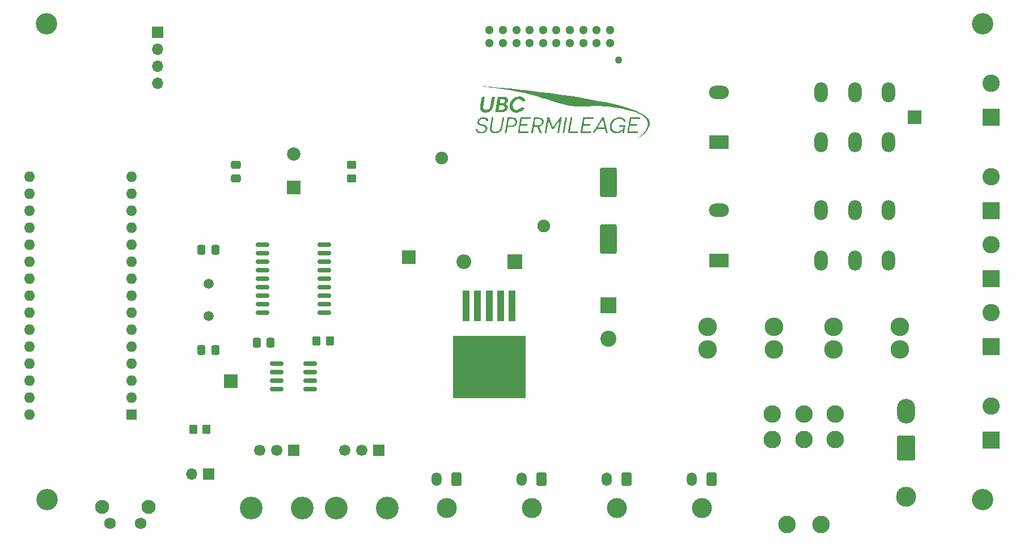
<source format=gts>
%TF.GenerationSoftware,KiCad,Pcbnew,(6.0.8-1)-1*%
%TF.CreationDate,2023-03-04T15:31:58-08:00*%
%TF.ProjectId,Urban Battery - BMS_complement,55726261-6e20-4426-9174-74657279202d,rev?*%
%TF.SameCoordinates,Original*%
%TF.FileFunction,Soldermask,Top*%
%TF.FilePolarity,Negative*%
%FSLAX46Y46*%
G04 Gerber Fmt 4.6, Leading zero omitted, Abs format (unit mm)*
G04 Created by KiCad (PCBNEW (6.0.8-1)-1) date 2023-03-04 15:31:58*
%MOMM*%
%LPD*%
G01*
G04 APERTURE LIST*
G04 Aperture macros list*
%AMRoundRect*
0 Rectangle with rounded corners*
0 $1 Rounding radius*
0 $2 $3 $4 $5 $6 $7 $8 $9 X,Y pos of 4 corners*
0 Add a 4 corners polygon primitive as box body*
4,1,4,$2,$3,$4,$5,$6,$7,$8,$9,$2,$3,0*
0 Add four circle primitives for the rounded corners*
1,1,$1+$1,$2,$3*
1,1,$1+$1,$4,$5*
1,1,$1+$1,$6,$7*
1,1,$1+$1,$8,$9*
0 Add four rect primitives between the rounded corners*
20,1,$1+$1,$2,$3,$4,$5,0*
20,1,$1+$1,$4,$5,$6,$7,0*
20,1,$1+$1,$6,$7,$8,$9,0*
20,1,$1+$1,$8,$9,$2,$3,0*%
G04 Aperture macros list end*
%ADD10C,3.000000*%
%ADD11RoundRect,0.250001X0.499999X0.759999X-0.499999X0.759999X-0.499999X-0.759999X0.499999X-0.759999X0*%
%ADD12O,1.500000X2.020000*%
%ADD13R,2.600000X2.600000*%
%ADD14C,2.600000*%
%ADD15RoundRect,0.250001X1.099999X1.599999X-1.099999X1.599999X-1.099999X-1.599999X1.099999X-1.599999X0*%
%ADD16O,2.700000X3.700000*%
%ADD17R,1.600000X1.600000*%
%ADD18O,1.600000X1.600000*%
%ADD19C,3.200000*%
%ADD20R,2.000000X2.000000*%
%ADD21RoundRect,0.250000X0.337500X0.475000X-0.337500X0.475000X-0.337500X-0.475000X0.337500X-0.475000X0*%
%ADD22C,2.780000*%
%ADD23RoundRect,0.150000X-0.875000X-0.150000X0.875000X-0.150000X0.875000X0.150000X-0.875000X0.150000X0*%
%ADD24R,2.400000X2.400000*%
%ADD25C,2.400000*%
%ADD26RoundRect,0.250000X-0.350000X-0.450000X0.350000X-0.450000X0.350000X0.450000X-0.350000X0.450000X0*%
%ADD27O,2.000000X3.000000*%
%ADD28R,3.000000X2.000000*%
%ADD29O,3.000000X2.000000*%
%ADD30RoundRect,0.250000X0.475000X-0.337500X0.475000X0.337500X-0.475000X0.337500X-0.475000X-0.337500X0*%
%ADD31R,2.200000X2.200000*%
%ADD32O,2.200000X2.200000*%
%ADD33R,1.700000X1.700000*%
%ADD34O,1.700000X1.700000*%
%ADD35C,1.500000*%
%ADD36RoundRect,0.250000X-1.000000X1.950000X-1.000000X-1.950000X1.000000X-1.950000X1.000000X1.950000X0*%
%ADD37C,3.400000*%
%ADD38R,1.690000X1.690000*%
%ADD39C,1.690000*%
%ADD40C,2.616200*%
%ADD41RoundRect,0.150000X-0.825000X-0.150000X0.825000X-0.150000X0.825000X0.150000X-0.825000X0.150000X0*%
%ADD42C,1.100000*%
%ADD43C,1.300000*%
%ADD44RoundRect,0.250000X0.450000X-0.350000X0.450000X0.350000X-0.450000X0.350000X-0.450000X-0.350000X0*%
%ADD45C,1.900000*%
%ADD46C,2.100000*%
%ADD47C,1.750000*%
%ADD48C,2.000000*%
%ADD49R,1.100000X4.600000*%
%ADD50R,10.800000X9.400000*%
G04 APERTURE END LIST*
G36*
X160964841Y-71147114D02*
G01*
X161003592Y-71161122D01*
X161007709Y-71170710D01*
X161003928Y-71197272D01*
X160993230Y-71262714D01*
X160976576Y-71361536D01*
X160954929Y-71488236D01*
X160929251Y-71637315D01*
X160900503Y-71803270D01*
X160869648Y-71980601D01*
X160837648Y-72163807D01*
X160805465Y-72347388D01*
X160774062Y-72525842D01*
X160744400Y-72693668D01*
X160717441Y-72845366D01*
X160694147Y-72975434D01*
X160675482Y-73078372D01*
X160662406Y-73148679D01*
X160656949Y-73176207D01*
X160643688Y-73237826D01*
X161875858Y-73249814D01*
X161838172Y-73486460D01*
X161096147Y-73486460D01*
X160918387Y-73485966D01*
X160755903Y-73484566D01*
X160613952Y-73482378D01*
X160497794Y-73479523D01*
X160412687Y-73476120D01*
X160363890Y-73472290D01*
X160354127Y-73469556D01*
X160357934Y-73444724D01*
X160368868Y-73379717D01*
X160386196Y-73278744D01*
X160409185Y-73146016D01*
X160437103Y-72985741D01*
X160469219Y-72802131D01*
X160504800Y-72599394D01*
X160543114Y-72381740D01*
X160556961Y-72303230D01*
X160596014Y-72081810D01*
X160632596Y-71874204D01*
X160665975Y-71684566D01*
X160695423Y-71517053D01*
X160720209Y-71375821D01*
X160739604Y-71265025D01*
X160752878Y-71188822D01*
X160759301Y-71151367D01*
X160759795Y-71148172D01*
X160780190Y-71145085D01*
X160832793Y-71143039D01*
X160883758Y-71142538D01*
X160964841Y-71147114D01*
G37*
G36*
X168287817Y-71126606D02*
G01*
X168483655Y-71180856D01*
X168663023Y-71270134D01*
X168776050Y-71354283D01*
X168824804Y-71405864D01*
X168876317Y-71474736D01*
X168924858Y-71550938D01*
X168964696Y-71624508D01*
X168990102Y-71685484D01*
X168995344Y-71723906D01*
X168992002Y-71729659D01*
X168964007Y-71741738D01*
X168909020Y-71759134D01*
X168843992Y-71777135D01*
X168785876Y-71791027D01*
X168752849Y-71796131D01*
X168736569Y-71778437D01*
X168706250Y-71733143D01*
X168684106Y-71696604D01*
X168580345Y-71562320D01*
X168447131Y-71459268D01*
X168288944Y-71389006D01*
X168110264Y-71353092D01*
X167915567Y-71353084D01*
X167765089Y-71376828D01*
X167561226Y-71444251D01*
X167378204Y-71548554D01*
X167219423Y-71685052D01*
X167088286Y-71849061D01*
X166988193Y-72035895D01*
X166922546Y-72240870D01*
X166894744Y-72459300D01*
X166896193Y-72573682D01*
X166926021Y-72763337D01*
X166990735Y-72924566D01*
X167089725Y-73056726D01*
X167222379Y-73159171D01*
X167388088Y-73231258D01*
X167554137Y-73268132D01*
X167749986Y-73275518D01*
X167952882Y-73245814D01*
X168151471Y-73182713D01*
X168334402Y-73089908D01*
X168490323Y-72971091D01*
X168502144Y-72959738D01*
X168564839Y-72895436D01*
X168602162Y-72845265D01*
X168622558Y-72793552D01*
X168634471Y-72724622D01*
X168636146Y-72711010D01*
X168646672Y-72634003D01*
X168657300Y-72573085D01*
X168663742Y-72547611D01*
X168660499Y-72535869D01*
X168636659Y-72527474D01*
X168586690Y-72521934D01*
X168505059Y-72518756D01*
X168386234Y-72517448D01*
X168323613Y-72517338D01*
X168203455Y-72516724D01*
X168100951Y-72515028D01*
X168023739Y-72512472D01*
X167979456Y-72509276D01*
X167971868Y-72507178D01*
X167976207Y-72481177D01*
X167987316Y-72425696D01*
X167996273Y-72383221D01*
X168020678Y-72269423D01*
X168480834Y-72269423D01*
X168644110Y-72270069D01*
X168766775Y-72272187D01*
X168853273Y-72276049D01*
X168908054Y-72281929D01*
X168935562Y-72290098D01*
X168940979Y-72297595D01*
X168937193Y-72326649D01*
X168926538Y-72393854D01*
X168910063Y-72492986D01*
X168888812Y-72617821D01*
X168863834Y-72762134D01*
X168839570Y-72900479D01*
X168812286Y-73055325D01*
X168787779Y-73194807D01*
X168767083Y-73313008D01*
X168751231Y-73404014D01*
X168741257Y-73461908D01*
X168738160Y-73480825D01*
X168717866Y-73484041D01*
X168665994Y-73486080D01*
X168625461Y-73486460D01*
X168561170Y-73483149D01*
X168520369Y-73474685D01*
X168512773Y-73468061D01*
X168516603Y-73437418D01*
X168526514Y-73377123D01*
X168536860Y-73319360D01*
X168548099Y-73247922D01*
X168552536Y-73196331D01*
X168550337Y-73178446D01*
X168527968Y-73184737D01*
X168480652Y-73211836D01*
X168430464Y-73245620D01*
X168212749Y-73375998D01*
X167984931Y-73465718D01*
X167751606Y-73513588D01*
X167517369Y-73518415D01*
X167421498Y-73507578D01*
X167261202Y-73466296D01*
X167099556Y-73395448D01*
X166955357Y-73304003D01*
X166902911Y-73260137D01*
X166784862Y-73121690D01*
X166699614Y-72957945D01*
X166647040Y-72774385D01*
X166627010Y-72576492D01*
X166639396Y-72369749D01*
X166684070Y-72159638D01*
X166760903Y-71951641D01*
X166869766Y-71751242D01*
X166940671Y-71649636D01*
X167090173Y-71484693D01*
X167263611Y-71348277D01*
X167455214Y-71241317D01*
X167659208Y-71164740D01*
X167869821Y-71119477D01*
X168081281Y-71106456D01*
X168287817Y-71126606D01*
G37*
G36*
X147606282Y-66462863D02*
G01*
X147721335Y-66469557D01*
X147879334Y-66480631D01*
X148080789Y-66496099D01*
X148326208Y-66515974D01*
X148540955Y-66533909D01*
X150152867Y-66676640D01*
X151795536Y-66835280D01*
X153457967Y-67008752D01*
X154054831Y-67074144D01*
X155245990Y-67209689D01*
X156401618Y-67348076D01*
X157521288Y-67489218D01*
X158604572Y-67633023D01*
X159651044Y-67779402D01*
X160660276Y-67928264D01*
X161631842Y-68079521D01*
X162565313Y-68233081D01*
X163460263Y-68388856D01*
X164316265Y-68546754D01*
X165132891Y-68706687D01*
X165909714Y-68868564D01*
X166646307Y-69032295D01*
X167342244Y-69197790D01*
X167997096Y-69364960D01*
X168610436Y-69533714D01*
X169181838Y-69703963D01*
X169710874Y-69875616D01*
X170197117Y-70048584D01*
X170640141Y-70222777D01*
X171039516Y-70398104D01*
X171394818Y-70574476D01*
X171705617Y-70751803D01*
X171796978Y-70809627D01*
X172035100Y-70984044D01*
X172229487Y-71169248D01*
X172380224Y-71365472D01*
X172487398Y-71572947D01*
X172551095Y-71791906D01*
X172571402Y-72022581D01*
X172548405Y-72265204D01*
X172482191Y-72520008D01*
X172458301Y-72587226D01*
X172368804Y-72780490D01*
X172242335Y-72985318D01*
X172083593Y-73196086D01*
X171897278Y-73407172D01*
X171688088Y-73612954D01*
X171460722Y-73807810D01*
X171395594Y-73858763D01*
X171300166Y-73930049D01*
X171199708Y-74001897D01*
X171098587Y-74071608D01*
X171001170Y-74136485D01*
X170911822Y-74193827D01*
X170834909Y-74240937D01*
X170774799Y-74275116D01*
X170735857Y-74293664D01*
X170722450Y-74293883D01*
X170738944Y-74273074D01*
X170768464Y-74246395D01*
X170810912Y-74211368D01*
X170878294Y-74157311D01*
X170959893Y-74092778D01*
X171014662Y-74049902D01*
X171161217Y-73927963D01*
X171319836Y-73782821D01*
X171479999Y-73625070D01*
X171631190Y-73465304D01*
X171762891Y-73314117D01*
X171832711Y-73225932D01*
X171963217Y-73036498D01*
X172079879Y-72836186D01*
X172175073Y-72639026D01*
X172230057Y-72494800D01*
X172283942Y-72262710D01*
X172293445Y-72034257D01*
X172259225Y-71811319D01*
X172181940Y-71595771D01*
X172062249Y-71389491D01*
X171900812Y-71194354D01*
X171713832Y-71024559D01*
X171520087Y-70881463D01*
X171306796Y-70747384D01*
X171071090Y-70621268D01*
X170810100Y-70502065D01*
X170520958Y-70388720D01*
X170200793Y-70280181D01*
X169846737Y-70175396D01*
X169455921Y-70073313D01*
X169025476Y-69972877D01*
X168602924Y-69883250D01*
X167983026Y-69763499D01*
X167395767Y-69663818D01*
X166833767Y-69583538D01*
X166289643Y-69521991D01*
X165756015Y-69478506D01*
X165225500Y-69452415D01*
X164690716Y-69443050D01*
X164144284Y-69449741D01*
X163903811Y-69457391D01*
X163652231Y-69465738D01*
X163387304Y-69472609D01*
X163114185Y-69478005D01*
X162838028Y-69481926D01*
X162563986Y-69484372D01*
X162297213Y-69485343D01*
X162042864Y-69484840D01*
X161806091Y-69482863D01*
X161592050Y-69479411D01*
X161405895Y-69474486D01*
X161252778Y-69468087D01*
X161137854Y-69460214D01*
X161109135Y-69457287D01*
X160957413Y-69439542D01*
X160823354Y-69422609D01*
X160701194Y-69405163D01*
X160585163Y-69385880D01*
X160469496Y-69363436D01*
X160348426Y-69336505D01*
X160216185Y-69303764D01*
X160067008Y-69263888D01*
X159895126Y-69215553D01*
X159694774Y-69157434D01*
X159460184Y-69088206D01*
X159317387Y-69045782D01*
X158740190Y-68874175D01*
X158204675Y-68715183D01*
X157709375Y-68568380D01*
X157252825Y-68433338D01*
X156833557Y-68309633D01*
X156450107Y-68196838D01*
X156101008Y-68094526D01*
X155784793Y-68002271D01*
X155499997Y-67919648D01*
X155245153Y-67846229D01*
X155018795Y-67781589D01*
X154819458Y-67725301D01*
X154645674Y-67676939D01*
X154495979Y-67636077D01*
X154368905Y-67602288D01*
X154262987Y-67575147D01*
X154235575Y-67568350D01*
X153981178Y-67509090D01*
X153683421Y-67445641D01*
X153343799Y-67378255D01*
X152963806Y-67307185D01*
X152544940Y-67232686D01*
X152088695Y-67155009D01*
X151596566Y-67074409D01*
X151070049Y-66991138D01*
X150510639Y-66905449D01*
X149919832Y-66817597D01*
X149299123Y-66727834D01*
X149130341Y-66703834D01*
X148909702Y-66672570D01*
X148687696Y-66641119D01*
X148471662Y-66610520D01*
X148268941Y-66581811D01*
X148086875Y-66556033D01*
X147932802Y-66534225D01*
X147814065Y-66517426D01*
X147789348Y-66513931D01*
X147657407Y-66494627D01*
X147565359Y-66479622D01*
X147513714Y-66468929D01*
X147502981Y-66462563D01*
X147533667Y-66460536D01*
X147606282Y-66462863D01*
G37*
G36*
X147920763Y-71119188D02*
G01*
X148103916Y-71161792D01*
X148250143Y-71228806D01*
X148361205Y-71321513D01*
X148438866Y-71441196D01*
X148467379Y-71516976D01*
X148489755Y-71597011D01*
X148494087Y-71645351D01*
X148476124Y-71673216D01*
X148431616Y-71691824D01*
X148397542Y-71701306D01*
X148311864Y-71721761D01*
X148260556Y-71726014D01*
X148235565Y-71713091D01*
X148228837Y-71682016D01*
X148228833Y-71680877D01*
X148208247Y-71594168D01*
X148151993Y-71507970D01*
X148068328Y-71432911D01*
X148009050Y-71397958D01*
X147879750Y-71354438D01*
X147733380Y-71337172D01*
X147582287Y-71344890D01*
X147438819Y-71376320D01*
X147315322Y-71430193D01*
X147252502Y-71475830D01*
X147188034Y-71557516D01*
X147144983Y-71659251D01*
X147125504Y-71768050D01*
X147131752Y-71870927D01*
X147165882Y-71954897D01*
X147171691Y-71962753D01*
X147220894Y-72012303D01*
X147288604Y-72055732D01*
X147381315Y-72095824D01*
X147505517Y-72135365D01*
X147667702Y-72177138D01*
X147676373Y-72179204D01*
X147861057Y-72227853D01*
X148006126Y-72277377D01*
X148117013Y-72330181D01*
X148199153Y-72388669D01*
X148236573Y-72427104D01*
X148302111Y-72538157D01*
X148333341Y-72667830D01*
X148332591Y-72808487D01*
X148302191Y-72952489D01*
X148244468Y-73092199D01*
X148161753Y-73219978D01*
X148056373Y-73328189D01*
X147938268Y-73405472D01*
X147777087Y-73466620D01*
X147589786Y-73505907D01*
X147390684Y-73521386D01*
X147194097Y-73511111D01*
X147177501Y-73508924D01*
X146992973Y-73467449D01*
X146843978Y-73398669D01*
X146729520Y-73301693D01*
X146648608Y-73175632D01*
X146600249Y-73019596D01*
X146594659Y-72986493D01*
X146578911Y-72880936D01*
X146677031Y-72855560D01*
X146746514Y-72837318D01*
X146802369Y-72822195D01*
X146814592Y-72818737D01*
X146841088Y-72818950D01*
X146852296Y-72847073D01*
X146854033Y-72888589D01*
X146875298Y-73003636D01*
X146934166Y-73108957D01*
X147023247Y-73192115D01*
X147040953Y-73203204D01*
X147165648Y-73254998D01*
X147315006Y-73284130D01*
X147474545Y-73290285D01*
X147629782Y-73273150D01*
X147766235Y-73232410D01*
X147793717Y-73219527D01*
X147901582Y-73145031D01*
X147986151Y-73048130D01*
X148043505Y-72937795D01*
X148069722Y-72822993D01*
X148060883Y-72712694D01*
X148039570Y-72657026D01*
X148001410Y-72597448D01*
X147950840Y-72548806D01*
X147881079Y-72507757D01*
X147785348Y-72470954D01*
X147656870Y-72435053D01*
X147530164Y-72405657D01*
X147320562Y-72351290D01*
X147153169Y-72288934D01*
X147025615Y-72217285D01*
X146935532Y-72135042D01*
X146884482Y-72050756D01*
X146860606Y-71952820D01*
X146855999Y-71831145D01*
X146870364Y-71702597D01*
X146892227Y-71615433D01*
X146961078Y-71472923D01*
X147066097Y-71349737D01*
X147201522Y-71248655D01*
X147361591Y-71172457D01*
X147540543Y-71123922D01*
X147732615Y-71105832D01*
X147920763Y-71119188D01*
G37*
G36*
X147828844Y-68033649D02*
G01*
X147903497Y-68037193D01*
X147948985Y-68042366D01*
X147958381Y-68046389D01*
X147954588Y-68071210D01*
X147943833Y-68135030D01*
X147927051Y-68232468D01*
X147905176Y-68358144D01*
X147879144Y-68506678D01*
X147849888Y-68672690D01*
X147832101Y-68773230D01*
X147792511Y-69000378D01*
X147761599Y-69188161D01*
X147739108Y-69341394D01*
X147724781Y-69464892D01*
X147718361Y-69563471D01*
X147719593Y-69641946D01*
X147728218Y-69705132D01*
X147743981Y-69757846D01*
X147766625Y-69804902D01*
X147776245Y-69821115D01*
X147851212Y-69901481D01*
X147956673Y-69957027D01*
X148084228Y-69985713D01*
X148225479Y-69985501D01*
X148351325Y-69960703D01*
X148488735Y-69897948D01*
X148604412Y-69798009D01*
X148693732Y-69665402D01*
X148723971Y-69596605D01*
X148740322Y-69541453D01*
X148762755Y-69448474D01*
X148789891Y-69324295D01*
X148820353Y-69175543D01*
X148852760Y-69008846D01*
X148885735Y-68830829D01*
X148900549Y-68747906D01*
X149026858Y-68032334D01*
X149247633Y-68032334D01*
X149341183Y-68033997D01*
X149415079Y-68038478D01*
X149459684Y-68045009D01*
X149468407Y-68049885D01*
X149464476Y-68081307D01*
X149453477Y-68150398D01*
X149436608Y-68250514D01*
X149415063Y-68375012D01*
X149390036Y-68517250D01*
X149362724Y-68670582D01*
X149334322Y-68828368D01*
X149306024Y-68983962D01*
X149279026Y-69130723D01*
X149254523Y-69262006D01*
X149233711Y-69371169D01*
X149217784Y-69451568D01*
X149208650Y-69493694D01*
X149135207Y-69713208D01*
X149029062Y-69909795D01*
X148893965Y-70079172D01*
X148733670Y-70217057D01*
X148551928Y-70319164D01*
X148453740Y-70355603D01*
X148328792Y-70384878D01*
X148184086Y-70403961D01*
X148037989Y-70411463D01*
X147908869Y-70405993D01*
X147866920Y-70400014D01*
X147691947Y-70349094D01*
X147540333Y-70266769D01*
X147417220Y-70157241D01*
X147327747Y-70024713D01*
X147290172Y-69928595D01*
X147270681Y-69845577D01*
X147259363Y-69754278D01*
X147256574Y-69649246D01*
X147262666Y-69525029D01*
X147277996Y-69376174D01*
X147302919Y-69197229D01*
X147337788Y-68982742D01*
X147360039Y-68854960D01*
X147389186Y-68690956D01*
X147417021Y-68535343D01*
X147442198Y-68395567D01*
X147463371Y-68279075D01*
X147479194Y-68193314D01*
X147487330Y-68150657D01*
X147510822Y-68032334D01*
X147734601Y-68032334D01*
X147828844Y-68033649D01*
G37*
G36*
X159424915Y-71148103D02*
G01*
X159439290Y-71161410D01*
X159437834Y-71187870D01*
X159437028Y-71192248D01*
X159431292Y-71224113D01*
X159418519Y-71295914D01*
X159399498Y-71403198D01*
X159375017Y-71541511D01*
X159345865Y-71706397D01*
X159312827Y-71893403D01*
X159276693Y-72098073D01*
X159238251Y-72315955D01*
X159230557Y-72359574D01*
X159033803Y-73475191D01*
X158905142Y-73481950D01*
X158835868Y-73483584D01*
X158789159Y-73480847D01*
X158776482Y-73476049D01*
X158780300Y-73450106D01*
X158791020Y-73386032D01*
X158807533Y-73290058D01*
X158828737Y-73168413D01*
X158853523Y-73027325D01*
X158880787Y-72873024D01*
X158909424Y-72711739D01*
X158938327Y-72549699D01*
X158966391Y-72393132D01*
X158992510Y-72248269D01*
X159015579Y-72121338D01*
X159034492Y-72018568D01*
X159046651Y-71953940D01*
X159065341Y-71853929D01*
X159080288Y-71769142D01*
X159089688Y-71710126D01*
X159092010Y-71689122D01*
X159081019Y-71661798D01*
X159051431Y-71669699D01*
X159008316Y-71709692D01*
X158963486Y-71768540D01*
X158930955Y-71814928D01*
X158875935Y-71891584D01*
X158802755Y-71992551D01*
X158715749Y-72111872D01*
X158619249Y-72243590D01*
X158517586Y-72381746D01*
X158517316Y-72382112D01*
X158407500Y-72530820D01*
X158320820Y-72647183D01*
X158253704Y-72735168D01*
X158202580Y-72798740D01*
X158163875Y-72841865D01*
X158134017Y-72868508D01*
X158109434Y-72882636D01*
X158086553Y-72888215D01*
X158061802Y-72889210D01*
X157977732Y-72889210D01*
X157835329Y-72528607D01*
X157778329Y-72382920D01*
X157717958Y-72226337D01*
X157660131Y-72074347D01*
X157610767Y-71942436D01*
X157594535Y-71898270D01*
X157556008Y-71796067D01*
X157521434Y-71710619D01*
X157494320Y-71650169D01*
X157478175Y-71622961D01*
X157477085Y-71622302D01*
X157469291Y-71642378D01*
X157454973Y-71702298D01*
X157435028Y-71797444D01*
X157410352Y-71923201D01*
X157381842Y-72074952D01*
X157350394Y-72248079D01*
X157316905Y-72437966D01*
X157302191Y-72523092D01*
X157268187Y-72720296D01*
X157236259Y-72904097D01*
X157207268Y-73069645D01*
X157182072Y-73212091D01*
X157161532Y-73326584D01*
X157146508Y-73408274D01*
X157137859Y-73452312D01*
X157136381Y-73458287D01*
X157112022Y-73472346D01*
X157060392Y-73482120D01*
X156996689Y-73486933D01*
X156936112Y-73486108D01*
X156893860Y-73478969D01*
X156883319Y-73469556D01*
X156887127Y-73444724D01*
X156898061Y-73379717D01*
X156915388Y-73278744D01*
X156938377Y-73146016D01*
X156966296Y-72985741D01*
X156998411Y-72802131D01*
X157033992Y-72599394D01*
X157072306Y-72381740D01*
X157086153Y-72303230D01*
X157125211Y-72081768D01*
X157161795Y-71874085D01*
X157195177Y-71684342D01*
X157224627Y-71516699D01*
X157249413Y-71375317D01*
X157268807Y-71264359D01*
X157282077Y-71187983D01*
X157288495Y-71150353D01*
X157288988Y-71147097D01*
X157309475Y-71144594D01*
X157362877Y-71144731D01*
X157428788Y-71147097D01*
X157568583Y-71153806D01*
X157831456Y-71841207D01*
X157909330Y-72042424D01*
X157976833Y-72211844D01*
X158033049Y-72347318D01*
X158077060Y-72446702D01*
X158107952Y-72507847D01*
X158124775Y-72528607D01*
X158144584Y-72511067D01*
X158187869Y-72461092D01*
X158251518Y-72382646D01*
X158332422Y-72279694D01*
X158427470Y-72156201D01*
X158533550Y-72016132D01*
X158647554Y-71863452D01*
X158664036Y-71841207D01*
X159172851Y-71153806D01*
X159309798Y-71147173D01*
X159384990Y-71144505D01*
X159424915Y-71148103D01*
G37*
G36*
X171159463Y-71249592D02*
G01*
X171148418Y-71316035D01*
X171138059Y-71362795D01*
X171134214Y-71373549D01*
X171110052Y-71377880D01*
X171046559Y-71381801D01*
X170949480Y-71385163D01*
X170824557Y-71387820D01*
X170677535Y-71389623D01*
X170514157Y-71390425D01*
X170477267Y-71390452D01*
X169830048Y-71390452D01*
X169768375Y-71745421D01*
X169747462Y-71866874D01*
X169729622Y-71972542D01*
X169716160Y-72054527D01*
X169708382Y-72104931D01*
X169706987Y-72116870D01*
X169728543Y-72121891D01*
X169788775Y-72126839D01*
X169881280Y-72131428D01*
X169999661Y-72135370D01*
X170137516Y-72138378D01*
X170208960Y-72139408D01*
X170710648Y-72145466D01*
X170673088Y-72381274D01*
X170163458Y-72387327D01*
X169653827Y-72393381D01*
X169579700Y-72810328D01*
X169556434Y-72941318D01*
X169536099Y-73056041D01*
X169519928Y-73147520D01*
X169509154Y-73208778D01*
X169505011Y-73232838D01*
X169505003Y-73232910D01*
X169526459Y-73234342D01*
X169587405Y-73235640D01*
X169682255Y-73236756D01*
X169805422Y-73237641D01*
X169951321Y-73238249D01*
X170114365Y-73238531D01*
X170160534Y-73238545D01*
X170816636Y-73238545D01*
X170801657Y-73323061D01*
X170795128Y-73366614D01*
X170789584Y-73401721D01*
X170780530Y-73429284D01*
X170763468Y-73450204D01*
X170733903Y-73465386D01*
X170687337Y-73475730D01*
X170619275Y-73482140D01*
X170525219Y-73485517D01*
X170400673Y-73486765D01*
X170241141Y-73486785D01*
X170042127Y-73486481D01*
X169987474Y-73486460D01*
X169805534Y-73485987D01*
X169638752Y-73484645D01*
X169492272Y-73482545D01*
X169371234Y-73479800D01*
X169280782Y-73476520D01*
X169226056Y-73472819D01*
X169211447Y-73469556D01*
X169215255Y-73444724D01*
X169226189Y-73379717D01*
X169243516Y-73278744D01*
X169266505Y-73146016D01*
X169294423Y-72985741D01*
X169326539Y-72802131D01*
X169362120Y-72599394D01*
X169400434Y-72381740D01*
X169414281Y-72303230D01*
X169453335Y-72081810D01*
X169489916Y-71874204D01*
X169523296Y-71684566D01*
X169552743Y-71517053D01*
X169577529Y-71375821D01*
X169596924Y-71265025D01*
X169610198Y-71188822D01*
X169616621Y-71151367D01*
X169617115Y-71148172D01*
X169638799Y-71146853D01*
X169700425Y-71145644D01*
X169796862Y-71144582D01*
X169922976Y-71143704D01*
X170073635Y-71143046D01*
X170243706Y-71142647D01*
X170396052Y-71142538D01*
X171174984Y-71142538D01*
X171159463Y-71249592D01*
G37*
G36*
X149600003Y-69717506D02*
G01*
X149632009Y-69534124D01*
X149665558Y-69342406D01*
X149699746Y-69147503D01*
X149733672Y-68954564D01*
X149733832Y-68953655D01*
X150194927Y-68953655D01*
X150211891Y-68986787D01*
X150251419Y-69001135D01*
X150317950Y-69003209D01*
X150415922Y-68999518D01*
X150454432Y-68998188D01*
X150577946Y-68993006D01*
X150666412Y-68985159D01*
X150729846Y-68973089D01*
X150778263Y-68955240D01*
X150798132Y-68944727D01*
X150873533Y-68881158D01*
X150931495Y-68794375D01*
X150964941Y-68698943D01*
X150966791Y-68609429D01*
X150964973Y-68601390D01*
X150941210Y-68535593D01*
X150903879Y-68487823D01*
X150846209Y-68455117D01*
X150761432Y-68434515D01*
X150642778Y-68423053D01*
X150548653Y-68419222D01*
X150444598Y-68417042D01*
X150359281Y-68416649D01*
X150301429Y-68417982D01*
X150279769Y-68420982D01*
X150279765Y-68421038D01*
X150275974Y-68445642D01*
X150265696Y-68505220D01*
X150250570Y-68590406D01*
X150235032Y-68676475D01*
X150210936Y-68805008D01*
X150196088Y-68895232D01*
X150194927Y-68953655D01*
X149733832Y-68953655D01*
X149766430Y-68768739D01*
X149797119Y-68595177D01*
X149824835Y-68439029D01*
X149848675Y-68305444D01*
X149867735Y-68199572D01*
X149881113Y-68126563D01*
X149887316Y-68094312D01*
X149900205Y-68032334D01*
X150399878Y-68032686D01*
X150604883Y-68034188D01*
X150770909Y-68038953D01*
X150903991Y-68047843D01*
X151010162Y-68061722D01*
X151095456Y-68081455D01*
X151165906Y-68107904D01*
X151227545Y-68141934D01*
X151245141Y-68153696D01*
X151346047Y-68249174D01*
X151411334Y-68367322D01*
X151439766Y-68501664D01*
X151430110Y-68645722D01*
X151381129Y-68793022D01*
X151370980Y-68813696D01*
X151285680Y-68939595D01*
X151165502Y-69048060D01*
X151077749Y-69105158D01*
X151054309Y-69122997D01*
X151060893Y-69139561D01*
X151102594Y-69163938D01*
X151113934Y-69169710D01*
X151237716Y-69248306D01*
X151321268Y-69341641D01*
X151368691Y-69456296D01*
X151384085Y-69598850D01*
X151384095Y-69603220D01*
X151363114Y-69777004D01*
X151302091Y-69934004D01*
X151203843Y-70071399D01*
X151071184Y-70186370D01*
X150906930Y-70276095D01*
X150713899Y-70337756D01*
X150635559Y-70352922D01*
X150569807Y-70360159D01*
X150474822Y-70366045D01*
X150357809Y-70370571D01*
X150225971Y-70373728D01*
X150086511Y-70375508D01*
X149946634Y-70375900D01*
X149813542Y-70374897D01*
X149694439Y-70372489D01*
X149596529Y-70368667D01*
X149527016Y-70363421D01*
X149493103Y-70356744D01*
X149490945Y-70354364D01*
X149494727Y-70329141D01*
X149505471Y-70264683D01*
X149522274Y-70166141D01*
X149544232Y-70038664D01*
X149558959Y-69953673D01*
X150010601Y-69953673D01*
X150013924Y-69969702D01*
X150029764Y-69980719D01*
X150065083Y-69987644D01*
X150126842Y-69991400D01*
X150222003Y-69992906D01*
X150308796Y-69993114D01*
X150434855Y-69992330D01*
X150525783Y-69989136D01*
X150591512Y-69982269D01*
X150641972Y-69970466D01*
X150687093Y-69952465D01*
X150707521Y-69942405D01*
X150810444Y-69872868D01*
X150877250Y-69783832D01*
X150912533Y-69681134D01*
X150917492Y-69569437D01*
X150882042Y-69471614D01*
X150809049Y-69394822D01*
X150793854Y-69384828D01*
X150758939Y-69366096D01*
X150720273Y-69353567D01*
X150668797Y-69346283D01*
X150595454Y-69343285D01*
X150491185Y-69343616D01*
X150416213Y-69344893D01*
X150113176Y-69350790D01*
X150062533Y-69632511D01*
X150043118Y-69742974D01*
X150026929Y-69839726D01*
X150015575Y-69912819D01*
X150010666Y-69952304D01*
X150010601Y-69953673D01*
X149558959Y-69953673D01*
X149570443Y-69887402D01*
X149600003Y-69717506D01*
G37*
G36*
X164761008Y-72297595D02*
G01*
X165455657Y-71142538D01*
X165735006Y-71142538D01*
X166321060Y-73486460D01*
X166041765Y-73486460D01*
X165968392Y-73170932D01*
X165895020Y-72855404D01*
X164691873Y-72855404D01*
X164319801Y-73486460D01*
X164183724Y-73486460D01*
X164114007Y-73483951D01*
X164068376Y-73477421D01*
X164057002Y-73469556D01*
X164070000Y-73447703D01*
X164104184Y-73390633D01*
X164157509Y-73301755D01*
X164227925Y-73184479D01*
X164313386Y-73042213D01*
X164411843Y-72878366D01*
X164521249Y-72696347D01*
X164574671Y-72607489D01*
X164840326Y-72607489D01*
X165335556Y-72607489D01*
X165479502Y-72606986D01*
X165606996Y-72605580D01*
X165711599Y-72603419D01*
X165786875Y-72600656D01*
X165826387Y-72597440D01*
X165830785Y-72595897D01*
X165825196Y-72558991D01*
X165809698Y-72488407D01*
X165786200Y-72391196D01*
X165756607Y-72274408D01*
X165722826Y-72145092D01*
X165686763Y-72010299D01*
X165650326Y-71877079D01*
X165615420Y-71752481D01*
X165583952Y-71643555D01*
X165557830Y-71557352D01*
X165538958Y-71500921D01*
X165529353Y-71481297D01*
X165510471Y-71500070D01*
X165473181Y-71551876D01*
X165421478Y-71630632D01*
X165359352Y-71730255D01*
X165290795Y-71844663D01*
X165289880Y-71846219D01*
X165211809Y-71978928D01*
X165131867Y-72114644D01*
X165056700Y-72242095D01*
X164992955Y-72350010D01*
X164958049Y-72408968D01*
X164840326Y-72607489D01*
X164574671Y-72607489D01*
X164639557Y-72499564D01*
X164761008Y-72297595D01*
G37*
G36*
X150788195Y-71144417D02*
G01*
X150832666Y-71149259D01*
X150843207Y-71153830D01*
X150839059Y-71190170D01*
X150827423Y-71264259D01*
X150809510Y-71369618D01*
X150786532Y-71499768D01*
X150759702Y-71648230D01*
X150730231Y-71808524D01*
X150699332Y-71974173D01*
X150668215Y-72138697D01*
X150638093Y-72295616D01*
X150610178Y-72438453D01*
X150585681Y-72560728D01*
X150565816Y-72655962D01*
X150551792Y-72717676D01*
X150548114Y-72731446D01*
X150465384Y-72944995D01*
X150353438Y-73127877D01*
X150214462Y-73277688D01*
X150050639Y-73392025D01*
X149883384Y-73462729D01*
X149743721Y-73495271D01*
X149586218Y-73514662D01*
X149430488Y-73519411D01*
X149296143Y-73508030D01*
X149293312Y-73507541D01*
X149156337Y-73474936D01*
X149046794Y-73426767D01*
X148947710Y-73355211D01*
X148931308Y-73340722D01*
X148846909Y-73250588D01*
X148788753Y-73151875D01*
X148752689Y-73034060D01*
X148734570Y-72886622D01*
X148732021Y-72835246D01*
X148730684Y-72768839D01*
X148732214Y-72701497D01*
X148737388Y-72627245D01*
X148746981Y-72540110D01*
X148761768Y-72434118D01*
X148782526Y-72303297D01*
X148810030Y-72141673D01*
X148845056Y-71943273D01*
X148855247Y-71886282D01*
X148986481Y-71153806D01*
X149114755Y-71147047D01*
X149197474Y-71146833D01*
X149238034Y-71157359D01*
X149243030Y-71166737D01*
X149239225Y-71194660D01*
X149228435Y-71261454D01*
X149211601Y-71361616D01*
X149189662Y-71489642D01*
X149163558Y-71640030D01*
X149134229Y-71807277D01*
X149116794Y-71905972D01*
X149074605Y-72149481D01*
X149041700Y-72353461D01*
X149017891Y-72522453D01*
X149002991Y-72660995D01*
X148996811Y-72773627D01*
X148999165Y-72864890D01*
X149009864Y-72939324D01*
X149028720Y-73001467D01*
X149055547Y-73055861D01*
X149068380Y-73076335D01*
X149153065Y-73165208D01*
X149269205Y-73229981D01*
X149408979Y-73268668D01*
X149564566Y-73279287D01*
X149728144Y-73259854D01*
X149761437Y-73252109D01*
X149932294Y-73187823D01*
X150074866Y-73088455D01*
X150189028Y-72954121D01*
X150274654Y-72784934D01*
X150277223Y-72778142D01*
X150292541Y-72725424D01*
X150313975Y-72634770D01*
X150340191Y-72512699D01*
X150369853Y-72365730D01*
X150401627Y-72200382D01*
X150434176Y-72023174D01*
X150449320Y-71937884D01*
X150480276Y-71762360D01*
X150509184Y-71599976D01*
X150535023Y-71456356D01*
X150556770Y-71337124D01*
X150573403Y-71247904D01*
X150583900Y-71194320D01*
X150586715Y-71181979D01*
X150603520Y-71158141D01*
X150642993Y-71146053D01*
X150715907Y-71142545D01*
X150720769Y-71142538D01*
X150788195Y-71144417D01*
G37*
G36*
X164172773Y-71249592D02*
G01*
X164161728Y-71316035D01*
X164151369Y-71362795D01*
X164147524Y-71373549D01*
X164123362Y-71377880D01*
X164059869Y-71381801D01*
X163962789Y-71385163D01*
X163837866Y-71387820D01*
X163690844Y-71389623D01*
X163527467Y-71390425D01*
X163490577Y-71390452D01*
X162843357Y-71390452D01*
X162781685Y-71745421D01*
X162760772Y-71866874D01*
X162742931Y-71972542D01*
X162729470Y-72054527D01*
X162721692Y-72104931D01*
X162720297Y-72116870D01*
X162741853Y-72121891D01*
X162802084Y-72126839D01*
X162894590Y-72131428D01*
X163012971Y-72135370D01*
X163150825Y-72138378D01*
X163222269Y-72139408D01*
X163723958Y-72145466D01*
X163686398Y-72381274D01*
X163176767Y-72387327D01*
X162667137Y-72393381D01*
X162593010Y-72810328D01*
X162569744Y-72941318D01*
X162549408Y-73056041D01*
X162533237Y-73147520D01*
X162522464Y-73208778D01*
X162518321Y-73232838D01*
X162518312Y-73232910D01*
X162539769Y-73234342D01*
X162600715Y-73235640D01*
X162695564Y-73236756D01*
X162818731Y-73237641D01*
X162964630Y-73238249D01*
X163127675Y-73238531D01*
X163173843Y-73238545D01*
X163829945Y-73238545D01*
X163814967Y-73323061D01*
X163808438Y-73366614D01*
X163802894Y-73401721D01*
X163793840Y-73429284D01*
X163776778Y-73450204D01*
X163747213Y-73465386D01*
X163700647Y-73475730D01*
X163632584Y-73482140D01*
X163538528Y-73485517D01*
X163413983Y-73486765D01*
X163254451Y-73486785D01*
X163055436Y-73486481D01*
X163000784Y-73486460D01*
X162818843Y-73485987D01*
X162652062Y-73484645D01*
X162505581Y-73482545D01*
X162384544Y-73479800D01*
X162294091Y-73476520D01*
X162239366Y-73472819D01*
X162224756Y-73469556D01*
X162228564Y-73444724D01*
X162239498Y-73379717D01*
X162256826Y-73278744D01*
X162279815Y-73146016D01*
X162307733Y-72985741D01*
X162339849Y-72802131D01*
X162375430Y-72599394D01*
X162413744Y-72381740D01*
X162427591Y-72303230D01*
X162466644Y-72081810D01*
X162503226Y-71874204D01*
X162536605Y-71684566D01*
X162566053Y-71517053D01*
X162590839Y-71375821D01*
X162610234Y-71265025D01*
X162623508Y-71188822D01*
X162629931Y-71151367D01*
X162630425Y-71148172D01*
X162652109Y-71146853D01*
X162713735Y-71145644D01*
X162810171Y-71144582D01*
X162936285Y-71143704D01*
X163086944Y-71143046D01*
X163257016Y-71142647D01*
X163409362Y-71142538D01*
X164188294Y-71142538D01*
X164172773Y-71249592D01*
G37*
G36*
X155119360Y-72081703D02*
G01*
X155155950Y-71873900D01*
X155189336Y-71683990D01*
X155218788Y-71516143D01*
X155243574Y-71374528D01*
X155262966Y-71263313D01*
X155276232Y-71186668D01*
X155282643Y-71148761D01*
X155283131Y-71145409D01*
X155304573Y-71143407D01*
X155364531Y-71142553D01*
X155456466Y-71142816D01*
X155573833Y-71144165D01*
X155710091Y-71146569D01*
X155762063Y-71147677D01*
X155925732Y-71151747D01*
X156051728Y-71156213D01*
X156147453Y-71161815D01*
X156220308Y-71169292D01*
X156277694Y-71179384D01*
X156327012Y-71192831D01*
X156370933Y-71208535D01*
X156518192Y-71281217D01*
X156625309Y-71371776D01*
X156694924Y-71483905D01*
X156729683Y-71621298D01*
X156734906Y-71717249D01*
X156724786Y-71874571D01*
X156692726Y-72006175D01*
X156634257Y-72127892D01*
X156606921Y-72170800D01*
X156489846Y-72306366D01*
X156345480Y-72409591D01*
X156218039Y-72464088D01*
X156151374Y-72488020D01*
X156106517Y-72509708D01*
X156094494Y-72521363D01*
X156102805Y-72546661D01*
X156126075Y-72607289D01*
X156161811Y-72697018D01*
X156207519Y-72809619D01*
X156260706Y-72938862D01*
X156286065Y-72999949D01*
X156341716Y-73134221D01*
X156391011Y-73254247D01*
X156431466Y-73353885D01*
X156460594Y-73426993D01*
X156475911Y-73467431D01*
X156477635Y-73473332D01*
X156457036Y-73479906D01*
X156402977Y-73484615D01*
X156327066Y-73486459D01*
X156325420Y-73486460D01*
X156173206Y-73486460D01*
X155992989Y-73024824D01*
X155812773Y-72563189D01*
X155551520Y-72562801D01*
X155290268Y-72562413D01*
X155217227Y-72984995D01*
X155193711Y-73119836D01*
X155172164Y-73241134D01*
X155153983Y-73341195D01*
X155140566Y-73412323D01*
X155133313Y-73446825D01*
X155133260Y-73447019D01*
X155117044Y-73470810D01*
X155078242Y-73482894D01*
X155006113Y-73486448D01*
X154999896Y-73486460D01*
X154932478Y-73483647D01*
X154888010Y-73476401D01*
X154877463Y-73469556D01*
X154881271Y-73444724D01*
X154892204Y-73379717D01*
X154909532Y-73278744D01*
X154932521Y-73146016D01*
X154960439Y-72985741D01*
X154992555Y-72802131D01*
X155028136Y-72599394D01*
X155066450Y-72381740D01*
X155078289Y-72314613D01*
X155333729Y-72314613D01*
X155341988Y-72325297D01*
X155366488Y-72332138D01*
X155413321Y-72335692D01*
X155488584Y-72336516D01*
X155598371Y-72335166D01*
X155703586Y-72333132D01*
X155846645Y-72329662D01*
X155952706Y-72325327D01*
X156029849Y-72319153D01*
X156086150Y-72310163D01*
X156129688Y-72297384D01*
X156168542Y-72279840D01*
X156175510Y-72276182D01*
X156299138Y-72185815D01*
X156392949Y-72065646D01*
X156442861Y-71950122D01*
X156470666Y-71831457D01*
X156473419Y-71735056D01*
X156450422Y-71645250D01*
X156426925Y-71593739D01*
X156388717Y-71529394D01*
X156344182Y-71480841D01*
X156286541Y-71445755D01*
X156209015Y-71421812D01*
X156104827Y-71406686D01*
X155967196Y-71398055D01*
X155846265Y-71394609D01*
X155496616Y-71387497D01*
X155421949Y-71822826D01*
X155398221Y-71959846D01*
X155376384Y-72083491D01*
X155357813Y-72186161D01*
X155343885Y-72260257D01*
X155335976Y-72298177D01*
X155335614Y-72299529D01*
X155333729Y-72314613D01*
X155078289Y-72314613D01*
X155080297Y-72303230D01*
X155119360Y-72081703D01*
G37*
G36*
X153268912Y-68008247D02*
G01*
X153272098Y-68008676D01*
X153446748Y-68047744D01*
X153612069Y-68113428D01*
X153756222Y-68199989D01*
X153860734Y-68293996D01*
X153922397Y-68372438D01*
X153976135Y-68455885D01*
X154016326Y-68533789D01*
X154037346Y-68595603D01*
X154037182Y-68624970D01*
X154012048Y-68642067D01*
X153952748Y-68665898D01*
X153868999Y-68692901D01*
X153799070Y-68712292D01*
X153697423Y-68738280D01*
X153631065Y-68753192D01*
X153591739Y-68757583D01*
X153571183Y-68752010D01*
X153561140Y-68737029D01*
X153558212Y-68728514D01*
X153515684Y-68652508D01*
X153440682Y-68574531D01*
X153344012Y-68505200D01*
X153313785Y-68488392D01*
X153249612Y-68458238D01*
X153189413Y-68440059D01*
X153117883Y-68430945D01*
X153019719Y-68427985D01*
X152995559Y-68427876D01*
X152887801Y-68429759D01*
X152808519Y-68437914D01*
X152741239Y-68455303D01*
X152669482Y-68484888D01*
X152663847Y-68487500D01*
X152492804Y-68590942D01*
X152351944Y-68726037D01*
X152243467Y-68889099D01*
X152169572Y-69076442D01*
X152132460Y-69284383D01*
X152128345Y-69384596D01*
X152147152Y-69558283D01*
X152201737Y-69706249D01*
X152289188Y-69825899D01*
X152406593Y-69914641D01*
X152551040Y-69969881D01*
X152719618Y-69989027D01*
X152802675Y-69985167D01*
X152970316Y-69950107D01*
X153136351Y-69880151D01*
X153285722Y-69782826D01*
X153375753Y-69698642D01*
X153477759Y-69585186D01*
X153664875Y-69635084D01*
X153751916Y-69659446D01*
X153821979Y-69681198D01*
X153863768Y-69696750D01*
X153869755Y-69700175D01*
X153865997Y-69724164D01*
X153839806Y-69773668D01*
X153796585Y-69838748D01*
X153788156Y-69850341D01*
X153632115Y-70025376D01*
X153446314Y-70171302D01*
X153237603Y-70285306D01*
X153012835Y-70364572D01*
X152778860Y-70406286D01*
X152542531Y-70407633D01*
X152456458Y-70397428D01*
X152269419Y-70348802D01*
X152096871Y-70265423D01*
X151946470Y-70152630D01*
X151825869Y-70015759D01*
X151767371Y-69916995D01*
X151696928Y-69738215D01*
X151661784Y-69556892D01*
X151660923Y-69363163D01*
X151689862Y-69163903D01*
X151759749Y-68925063D01*
X151865813Y-68706686D01*
X152003861Y-68511834D01*
X152169698Y-68343570D01*
X152359130Y-68204955D01*
X152567961Y-68099053D01*
X152791999Y-68028926D01*
X153027047Y-67997637D01*
X153268912Y-68008247D01*
G37*
G36*
X151175261Y-72081703D02*
G01*
X151211851Y-71873900D01*
X151245237Y-71683990D01*
X151274688Y-71516143D01*
X151299475Y-71374528D01*
X151318867Y-71263313D01*
X151332133Y-71186668D01*
X151338543Y-71148761D01*
X151339032Y-71145409D01*
X151360473Y-71143407D01*
X151420432Y-71142553D01*
X151512366Y-71142816D01*
X151629733Y-71144165D01*
X151765991Y-71146569D01*
X151817963Y-71147677D01*
X152014229Y-71153684D01*
X152172043Y-71162967D01*
X152297993Y-71176960D01*
X152398666Y-71197097D01*
X152480647Y-71224812D01*
X152550525Y-71261538D01*
X152614885Y-71308711D01*
X152634470Y-71325437D01*
X152715633Y-71425180D01*
X152765960Y-71549067D01*
X152786679Y-71689563D01*
X152779019Y-71839133D01*
X152744209Y-71990240D01*
X152683478Y-72135350D01*
X152598054Y-72266926D01*
X152489167Y-72377434D01*
X152459192Y-72400334D01*
X152369964Y-72459234D01*
X152282482Y-72503627D01*
X152187922Y-72535651D01*
X152077457Y-72557447D01*
X151942262Y-72571153D01*
X151773511Y-72578909D01*
X151716544Y-72580362D01*
X151591800Y-72583734D01*
X151484442Y-72587783D01*
X151401842Y-72592136D01*
X151351372Y-72596422D01*
X151339037Y-72599389D01*
X151335299Y-72624773D01*
X151325092Y-72685948D01*
X151309926Y-72774339D01*
X151291313Y-72881373D01*
X151270763Y-72998478D01*
X151249786Y-73117079D01*
X151229894Y-73228603D01*
X151212597Y-73324477D01*
X151199406Y-73396128D01*
X151191831Y-73434982D01*
X151191662Y-73435750D01*
X151180030Y-73465175D01*
X151154014Y-73480395D01*
X151101628Y-73485920D01*
X151056886Y-73486460D01*
X150989128Y-73483671D01*
X150944262Y-73476479D01*
X150933363Y-73469556D01*
X150937171Y-73444724D01*
X150948105Y-73379717D01*
X150965433Y-73278744D01*
X150988422Y-73146016D01*
X151016340Y-72985741D01*
X151048456Y-72802131D01*
X151084037Y-72599394D01*
X151122350Y-72381740D01*
X151126260Y-72359574D01*
X151379226Y-72359574D01*
X151693107Y-72359574D01*
X151863445Y-72356757D01*
X151994746Y-72347998D01*
X152092713Y-72332832D01*
X152125109Y-72324496D01*
X152255179Y-72265238D01*
X152364570Y-72175370D01*
X152449201Y-72062875D01*
X152504989Y-71935732D01*
X152527854Y-71801922D01*
X152513714Y-71669427D01*
X152491954Y-71607211D01*
X152456367Y-71540146D01*
X152412383Y-71494545D01*
X152344127Y-71455021D01*
X152326079Y-71446451D01*
X152275220Y-71424397D01*
X152227086Y-71409061D01*
X152171972Y-71399232D01*
X152100170Y-71393698D01*
X152001974Y-71391247D01*
X151879370Y-71390673D01*
X151552001Y-71390452D01*
X151477264Y-71824303D01*
X151453422Y-71961863D01*
X151431496Y-72086798D01*
X151412879Y-72191287D01*
X151398966Y-72267512D01*
X151391150Y-72307650D01*
X151390877Y-72308864D01*
X151379226Y-72359574D01*
X151126260Y-72359574D01*
X151136198Y-72303230D01*
X151175261Y-72081703D01*
G37*
G36*
X154819623Y-71249592D02*
G01*
X154808578Y-71316035D01*
X154798219Y-71362795D01*
X154794374Y-71373549D01*
X154770212Y-71377880D01*
X154706719Y-71381801D01*
X154609639Y-71385163D01*
X154484716Y-71387820D01*
X154337694Y-71389623D01*
X154174317Y-71390425D01*
X154137427Y-71390452D01*
X153490207Y-71390452D01*
X153428535Y-71745421D01*
X153407622Y-71866874D01*
X153389781Y-71972542D01*
X153376320Y-72054527D01*
X153368542Y-72104931D01*
X153367147Y-72116870D01*
X153388703Y-72121891D01*
X153448934Y-72126839D01*
X153541440Y-72131428D01*
X153659821Y-72135370D01*
X153797676Y-72138378D01*
X153869119Y-72139408D01*
X154370808Y-72145466D01*
X154333248Y-72381274D01*
X153823618Y-72387327D01*
X153313987Y-72393381D01*
X153239860Y-72810328D01*
X153216594Y-72941318D01*
X153196258Y-73056041D01*
X153180087Y-73147520D01*
X153169314Y-73208778D01*
X153165171Y-73232838D01*
X153165162Y-73232910D01*
X153186619Y-73234342D01*
X153247565Y-73235640D01*
X153342414Y-73236756D01*
X153465581Y-73237641D01*
X153611480Y-73238249D01*
X153774525Y-73238531D01*
X153820694Y-73238545D01*
X154476795Y-73238545D01*
X154461817Y-73323061D01*
X154455288Y-73366614D01*
X154449744Y-73401721D01*
X154440690Y-73429284D01*
X154423628Y-73450204D01*
X154394063Y-73465386D01*
X154347497Y-73475730D01*
X154279434Y-73482140D01*
X154185378Y-73485517D01*
X154060833Y-73486765D01*
X153901301Y-73486785D01*
X153702286Y-73486481D01*
X153647634Y-73486460D01*
X153465693Y-73485987D01*
X153298912Y-73484645D01*
X153152431Y-73482545D01*
X153031394Y-73479800D01*
X152940941Y-73476520D01*
X152886216Y-73472819D01*
X152871607Y-73469556D01*
X152875414Y-73444724D01*
X152886348Y-73379717D01*
X152903676Y-73278744D01*
X152926665Y-73146016D01*
X152954583Y-72985741D01*
X152986699Y-72802131D01*
X153022280Y-72599394D01*
X153060594Y-72381740D01*
X153074441Y-72303230D01*
X153113494Y-72081810D01*
X153150076Y-71874204D01*
X153183455Y-71684566D01*
X153212903Y-71517053D01*
X153237689Y-71375821D01*
X153257084Y-71265025D01*
X153270358Y-71188822D01*
X153276781Y-71151367D01*
X153277275Y-71148172D01*
X153298959Y-71146853D01*
X153360585Y-71145644D01*
X153457021Y-71144582D01*
X153583135Y-71143704D01*
X153733794Y-71143046D01*
X153903866Y-71142647D01*
X154056212Y-71142538D01*
X154835144Y-71142538D01*
X154819623Y-71249592D01*
G37*
G36*
X160176034Y-71147117D02*
G01*
X160214791Y-71161131D01*
X160218905Y-71170710D01*
X160215134Y-71197059D01*
X160204419Y-71262627D01*
X160187661Y-71362243D01*
X160165763Y-71490739D01*
X160139625Y-71642945D01*
X160110149Y-71813692D01*
X160078237Y-71997811D01*
X160044791Y-72190132D01*
X160010712Y-72385486D01*
X159976902Y-72578704D01*
X159944262Y-72764617D01*
X159913695Y-72938055D01*
X159886101Y-73093849D01*
X159862383Y-73226830D01*
X159843441Y-73331829D01*
X159830178Y-73403675D01*
X159823835Y-73435750D01*
X159812046Y-73465182D01*
X159785894Y-73480403D01*
X159733368Y-73485924D01*
X159688830Y-73486460D01*
X159621071Y-73483671D01*
X159576205Y-73476479D01*
X159565307Y-73469556D01*
X159569115Y-73444724D01*
X159580048Y-73379717D01*
X159597376Y-73278744D01*
X159620365Y-73146016D01*
X159648283Y-72985741D01*
X159680399Y-72802131D01*
X159715980Y-72599394D01*
X159754294Y-72381740D01*
X159768141Y-72303230D01*
X159807194Y-72081810D01*
X159843776Y-71874204D01*
X159877155Y-71684566D01*
X159906603Y-71517053D01*
X159931389Y-71375821D01*
X159950784Y-71265025D01*
X159964058Y-71188822D01*
X159970481Y-71151367D01*
X159970975Y-71148172D01*
X159991371Y-71145085D01*
X160043973Y-71143039D01*
X160094938Y-71142538D01*
X160176034Y-71147117D01*
G37*
D10*
X180340000Y-129540000D03*
D11*
X181840000Y-125220000D03*
D12*
X178840000Y-125220000D03*
D13*
X223520000Y-71120000D03*
D14*
X223520000Y-66040000D03*
D10*
X210820000Y-127850000D03*
D15*
X210820000Y-120550000D03*
D16*
X210820000Y-115050000D03*
D17*
X95240000Y-115570000D03*
D18*
X95240000Y-113030000D03*
X95240000Y-110490000D03*
X95240000Y-107950000D03*
X95240000Y-105410000D03*
X95240000Y-102870000D03*
X95240000Y-100330000D03*
X95240000Y-97790000D03*
X95240000Y-95250000D03*
X95240000Y-92710000D03*
X95240000Y-90170000D03*
X95240000Y-87630000D03*
X95240000Y-85090000D03*
X95240000Y-82550000D03*
X95240000Y-80010000D03*
X80000000Y-80010000D03*
X80000000Y-82550000D03*
X80000000Y-85090000D03*
X80000000Y-87630000D03*
X80000000Y-90170000D03*
X80000000Y-92710000D03*
X80000000Y-95250000D03*
X80000000Y-97790000D03*
X80000000Y-100330000D03*
X80000000Y-102870000D03*
X80000000Y-105410000D03*
X80000000Y-107950000D03*
X80000000Y-110490000D03*
X80000000Y-113030000D03*
X80000000Y-115570000D03*
D13*
X223520000Y-85095000D03*
D14*
X223520000Y-80015000D03*
D19*
X222250000Y-128268106D03*
D20*
X110032800Y-110540800D03*
X212090000Y-71120000D03*
D21*
X107717500Y-90932000D03*
X105642500Y-90932000D03*
D22*
X181222000Y-102440000D03*
X181222000Y-105840000D03*
X191142000Y-105840000D03*
X191142000Y-102440000D03*
D23*
X114730000Y-90170000D03*
X114730000Y-91440000D03*
X114730000Y-92710000D03*
X114730000Y-93980000D03*
X114730000Y-95250000D03*
X114730000Y-96520000D03*
X114730000Y-97790000D03*
X114730000Y-99060000D03*
X114730000Y-100330000D03*
X124030000Y-100330000D03*
X124030000Y-99060000D03*
X124030000Y-97790000D03*
X124030000Y-96520000D03*
X124030000Y-95250000D03*
X124030000Y-93980000D03*
X124030000Y-92710000D03*
X124030000Y-91440000D03*
X124030000Y-90170000D03*
D24*
X166370000Y-99232323D03*
D25*
X166370000Y-104232323D03*
D10*
X167640000Y-129540000D03*
D11*
X169140000Y-125220000D03*
D12*
X166140000Y-125220000D03*
D26*
X122825000Y-104542500D03*
X124825000Y-104542500D03*
D10*
X142240000Y-129540000D03*
D11*
X143740000Y-125220000D03*
D12*
X140740000Y-125220000D03*
D27*
X208262000Y-74870000D03*
X208262000Y-67370000D03*
X198182000Y-67370000D03*
X198182000Y-74870000D03*
D28*
X182922000Y-74870000D03*
D29*
X182922000Y-67370000D03*
D27*
X203222000Y-74870000D03*
X203222000Y-67370000D03*
D13*
X223520000Y-105410000D03*
D14*
X223520000Y-100330000D03*
D30*
X110744000Y-80285500D03*
X110744000Y-78210500D03*
D31*
X152400000Y-92710000D03*
D32*
X144780000Y-92710000D03*
D33*
X106680000Y-124460000D03*
D34*
X104140000Y-124460000D03*
D10*
X154940000Y-129540000D03*
D11*
X156440000Y-125220000D03*
D12*
X153440000Y-125220000D03*
D35*
X106680000Y-95975000D03*
X106680000Y-100855000D03*
D36*
X166370000Y-80890000D03*
X166370000Y-89290000D03*
D37*
X120650000Y-129545000D03*
X113030000Y-129545000D03*
D38*
X119380000Y-120905000D03*
D39*
X116840000Y-120905000D03*
X114300000Y-120905000D03*
D13*
X223520000Y-119380000D03*
D14*
X223520000Y-114300000D03*
D40*
X193040000Y-131953000D03*
X198120000Y-131953000D03*
X200279000Y-119253000D03*
X195580000Y-119253000D03*
X190881000Y-119253000D03*
X200279000Y-115443000D03*
X195580000Y-115443000D03*
X190881000Y-115443000D03*
D37*
X125730000Y-129545000D03*
X133350000Y-129545000D03*
D38*
X132080000Y-120905000D03*
D39*
X129540000Y-120905000D03*
X127000000Y-120905000D03*
D20*
X136601200Y-92049600D03*
D13*
X223520000Y-95250000D03*
D14*
X223520000Y-90170000D03*
D41*
X116905000Y-107950000D03*
X116905000Y-109220000D03*
X116905000Y-110490000D03*
X116905000Y-111760000D03*
X121855000Y-111760000D03*
X121855000Y-110490000D03*
X121855000Y-109220000D03*
X121855000Y-107950000D03*
D33*
X99060000Y-58420000D03*
D34*
X99060000Y-60960000D03*
X99060000Y-63500000D03*
X99060000Y-66040000D03*
D26*
X104410000Y-117729000D03*
X106410000Y-117729000D03*
D42*
X167950000Y-62540000D03*
D43*
X166650000Y-60040000D03*
X166650000Y-58040000D03*
X164650000Y-60040000D03*
X164650000Y-58040000D03*
X162650000Y-60040000D03*
X162650000Y-58040000D03*
X160650000Y-60040000D03*
X160650000Y-58040000D03*
X158650000Y-60040000D03*
X158650000Y-58040000D03*
X156650000Y-60040000D03*
X156650000Y-58040000D03*
X154650000Y-60040000D03*
X154650000Y-58040000D03*
X152650000Y-60040000D03*
X152650000Y-58040000D03*
X150650000Y-60040000D03*
X150650000Y-58040000D03*
X148650000Y-60040000D03*
X148650000Y-58040000D03*
D44*
X128016000Y-80248000D03*
X128016000Y-78248000D03*
D45*
X156718000Y-87376000D03*
X141478000Y-77216000D03*
D46*
X90760000Y-129338500D03*
X97770000Y-129338500D03*
D47*
X96520000Y-131828500D03*
X92020000Y-131828500D03*
D19*
X222250000Y-57118674D03*
X82533637Y-57118674D03*
D20*
X119380000Y-81615677D03*
D48*
X119380000Y-76615677D03*
D27*
X208262000Y-85023000D03*
X208262000Y-92523000D03*
X198182000Y-92523000D03*
X198182000Y-85023000D03*
D28*
X182922000Y-92523000D03*
D29*
X182922000Y-85023000D03*
D27*
X203222000Y-85023000D03*
X203222000Y-92523000D03*
D21*
X115972500Y-104775000D03*
X113897500Y-104775000D03*
D19*
X82550000Y-128270000D03*
D22*
X200018000Y-105840000D03*
X200018000Y-102440000D03*
X209938000Y-102440000D03*
X209938000Y-105840000D03*
D21*
X107717500Y-105918000D03*
X105642500Y-105918000D03*
D49*
X151990000Y-99320000D03*
X150290000Y-99320000D03*
D50*
X148590000Y-108470000D03*
D49*
X148590000Y-99320000D03*
X146890000Y-99320000D03*
X145190000Y-99320000D03*
M02*

</source>
